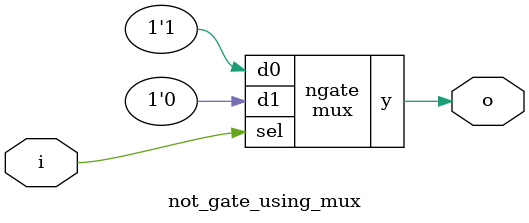
<source format=sv>

module mux
(
  input  d0, d1,
  input  sel,
  output y
);

  assign y = sel ? d1 : d0;

endmodule

//----------------------------------------------------------------------------
// Task
//----------------------------------------------------------------------------

module not_gate_using_mux
(
    input  i,
    output o
);

  // Task:
  // Implement not gate using instance(s) of mux,
  // constants 0 and 1, and wire connections

  mux ngate (
    .d0(1'b1),
    .d1(1'b0),
    .sel(i),
    .y(o)
  );

endmodule

</source>
